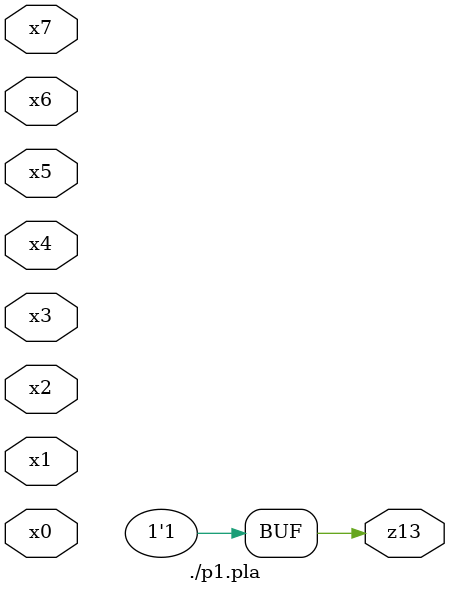
<source format=v>

module \./p1.pla  ( 
    x0, x1, x2, x3, x4, x5, x6, x7,
    z13  );
  input  x0, x1, x2, x3, x4, x5, x6, x7;
  output z13;
  assign z13 = 1'b1;
endmodule



</source>
